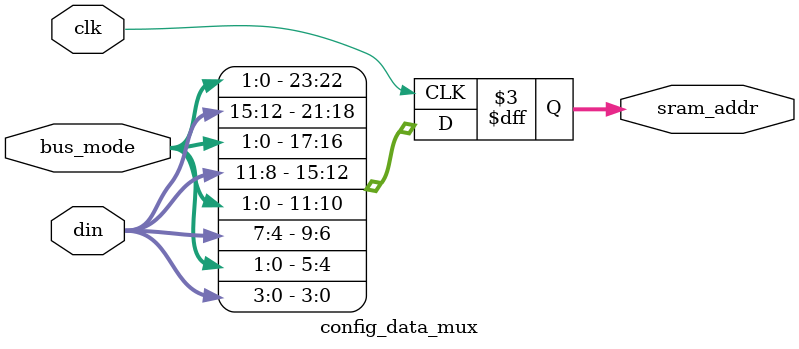
<source format=v>
module config_data_mux 

  # ( 
      parameter SRAM_ADDR_WIDTH         = 6,
                STRIDE                  = 4,
                MODE_WIDTH              = 2 ,
                RESULT_WIDTH            = 64,
                SRAM_NUM                = 4 
  )

(
    input                                  clk,
    // input                                  rst,
    // Write
    // input   [7:0]                          sram_sel ,
    // input                                  config_en,    
    // input   [(SRAM_ADDR_WIDTH)-1:0]      config_addr,                           
    // input   [RESULT_WIDTH-1:0]             config_i ,       
    // Read
    input   [STRIDE*SRAM_NUM-1:0]          din,
    input   [MODE_WIDTH-1:0]               bus_mode,   

    // Output
    // output reg [SRAM_NUM-1:0]                       wr_en,
    output reg [(SRAM_ADDR_WIDTH)*SRAM_NUM-1:0]     sram_addr
    // output reg [RESULT_WIDTH*SRAM_NUM-1:0]          config_data
);



integer i;  
always @(posedge clk) begin
    for (i = 0; i<SRAM_NUM;i=i+1 ) begin
        // if (config_en == 1'b1 && sram_sel==i) begin
        //     wr_en <= 1'b1;
        //     sram_addr[(SRAM_ADDR_WIDTH)*i +: (SRAM_ADDR_WIDTH)] <= config_addr;
        //     config_data[RESULT_WIDTH*i +: RESULT_WIDTH] <= config_i;
        // end
        // else begin
            // wr_en <= 1'b0;
            sram_addr[(SRAM_ADDR_WIDTH)*i +: (SRAM_ADDR_WIDTH)] <= {bus_mode,din[STRIDE*i +: STRIDE]};
            // sram_addr[(SRAM_ADDR_WIDTH)*i +: (SRAM_ADDR_WIDTH)] <= {din[STRIDE*i +: STRIDE]};// 这里需要修改，因为bus_mode
            // config_data[RESULT_WIDTH*i +: RESULT_WIDTH] <= 'b0;
        // end
    end
end


endmodule //config_data_mux
</source>
